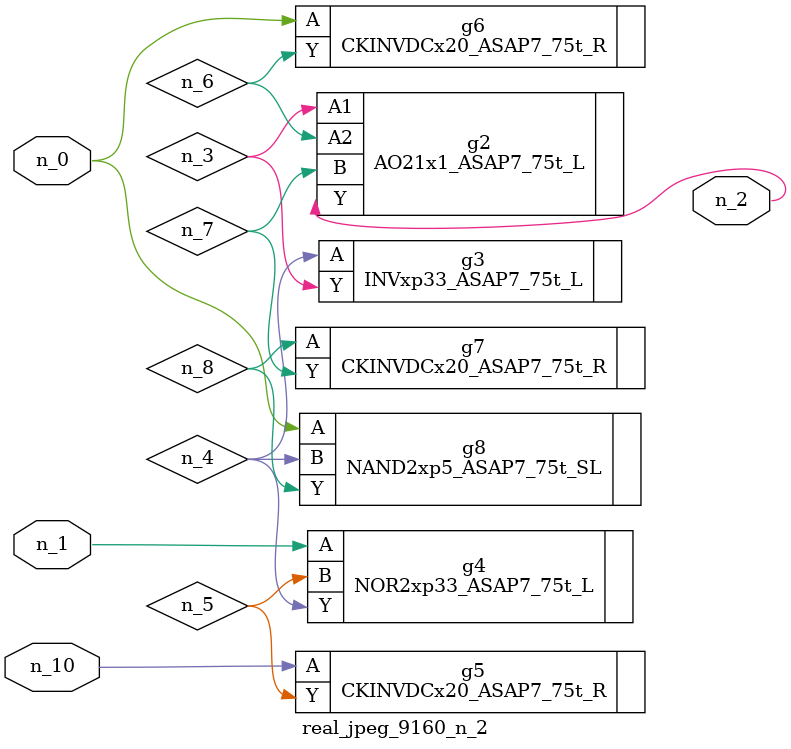
<source format=v>
module real_jpeg_9160_n_2 (n_1, n_10, n_0, n_2);

input n_1;
input n_10;
input n_0;

output n_2;

wire n_5;
wire n_4;
wire n_8;
wire n_6;
wire n_7;
wire n_3;

CKINVDCx20_ASAP7_75t_R g6 ( 
.A(n_0),
.Y(n_6)
);

NAND2xp5_ASAP7_75t_SL g8 ( 
.A(n_0),
.B(n_4),
.Y(n_8)
);

NOR2xp33_ASAP7_75t_L g4 ( 
.A(n_1),
.B(n_5),
.Y(n_4)
);

AO21x1_ASAP7_75t_L g2 ( 
.A1(n_3),
.A2(n_6),
.B(n_7),
.Y(n_2)
);

INVxp33_ASAP7_75t_L g3 ( 
.A(n_4),
.Y(n_3)
);

CKINVDCx20_ASAP7_75t_R g7 ( 
.A(n_8),
.Y(n_7)
);

CKINVDCx20_ASAP7_75t_R g5 ( 
.A(n_10),
.Y(n_5)
);


endmodule
</source>
